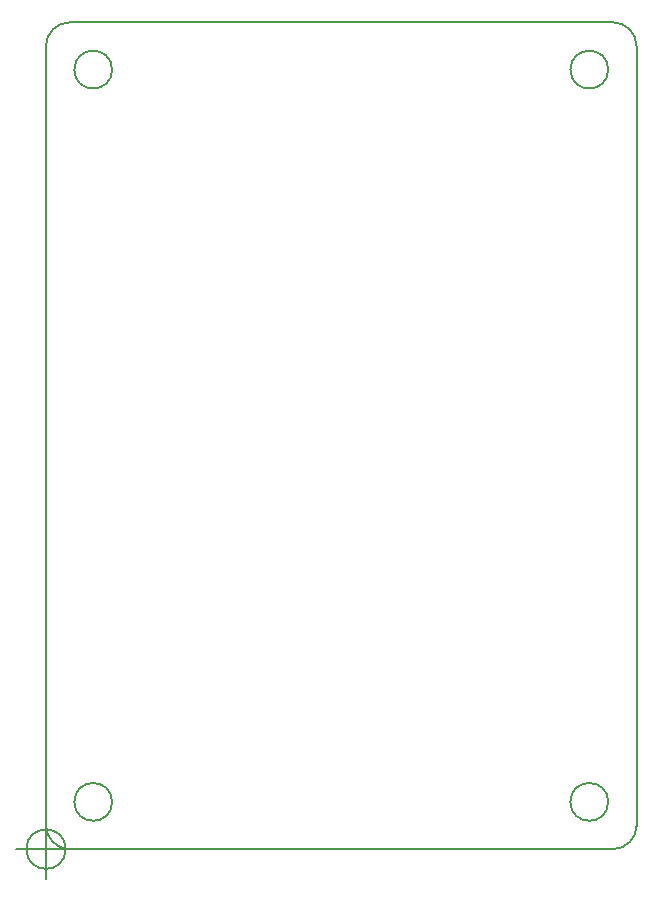
<source format=gm1>
G04 #@! TF.GenerationSoftware,KiCad,Pcbnew,5.0.1-33cea8e~68~ubuntu16.04.1*
G04 #@! TF.CreationDate,2018-11-23T16:55:50+09:00*
G04 #@! TF.ProjectId,BS2103F_photo,425332313033465F70686F746F2E6B69,rev?*
G04 #@! TF.SameCoordinates,Original*
G04 #@! TF.FileFunction,Profile,NP*
%FSLAX46Y46*%
G04 Gerber Fmt 4.6, Leading zero omitted, Abs format (unit mm)*
G04 Created by KiCad (PCBNEW 5.0.1-33cea8e~68~ubuntu16.04.1) date 2018年11月23日 16時55分50秒*
%MOMM*%
%LPD*%
G01*
G04 APERTURE LIST*
%ADD10C,0.150000*%
G04 APERTURE END LIST*
D10*
X130600000Y-69000000D02*
G75*
G03X130600000Y-69000000I-1600000J0D01*
G01*
X130600000Y-131000000D02*
G75*
G03X130600000Y-131000000I-1600000J0D01*
G01*
X172600000Y-131000000D02*
G75*
G03X172600000Y-131000000I-1600000J0D01*
G01*
X172600000Y-69000000D02*
G75*
G03X172600000Y-69000000I-1600000J0D01*
G01*
X126666666Y-135000000D02*
G75*
G03X126666666Y-135000000I-1666666J0D01*
G01*
X122500000Y-135000000D02*
X127500000Y-135000000D01*
X125000000Y-132500000D02*
X125000000Y-137500000D01*
X125000000Y-67000000D02*
G75*
G02X127000000Y-65000000I2000000J0D01*
G01*
X173000000Y-65000000D02*
G75*
G02X175000000Y-67000000I0J-2000000D01*
G01*
X175000000Y-133000000D02*
G75*
G02X173000000Y-135000000I-2000000J0D01*
G01*
X127000000Y-135000000D02*
G75*
G02X125000000Y-133000000I0J2000000D01*
G01*
X173000000Y-135000000D02*
X127000000Y-135000000D01*
X175000000Y-67000000D02*
X175000000Y-133000000D01*
X127000000Y-65000000D02*
X173000000Y-65000000D01*
X125000000Y-133000000D02*
X125000000Y-67000000D01*
M02*

</source>
